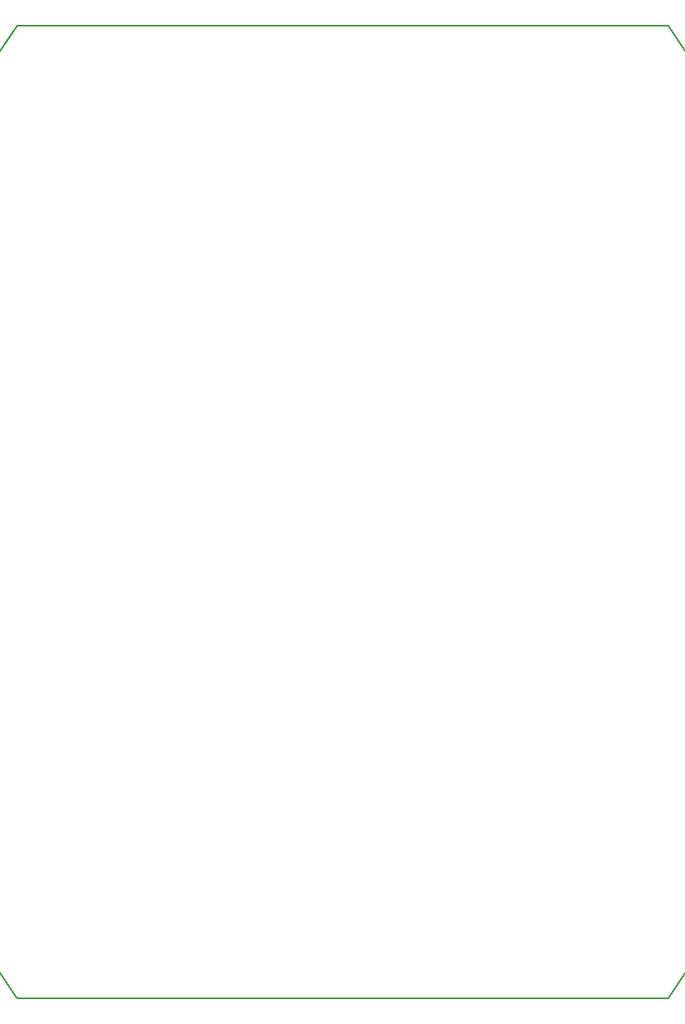
<source format=gbr>
%TF.GenerationSoftware,KiCad,Pcbnew,7.0.1*%
%TF.CreationDate,2023-09-04T23:27:21+05:00*%
%TF.ProjectId,smartcar_control_v1,736d6172-7463-4617-925f-636f6e74726f,rev?*%
%TF.SameCoordinates,Original*%
%TF.FileFunction,Profile,NP*%
%FSLAX46Y46*%
G04 Gerber Fmt 4.6, Leading zero omitted, Abs format (unit mm)*
G04 Created by KiCad (PCBNEW 7.0.1) date 2023-09-04 23:27:21*
%MOMM*%
%LPD*%
G01*
G04 APERTURE LIST*
%TA.AperFunction,Profile*%
%ADD10C,0.200000*%
%TD*%
G04 APERTURE END LIST*
D10*
X162300000Y-140450000D02*
G75*
G03*
X162300000Y-41000000I-71014660J49725000D01*
G01*
X95780000Y-41000000D02*
G75*
G03*
X95780000Y-140450000I71014660J-49725000D01*
G01*
X95780000Y-140450000D02*
X162300000Y-140450000D01*
X95780000Y-41000000D02*
X162300000Y-41000000D01*
M02*

</source>
